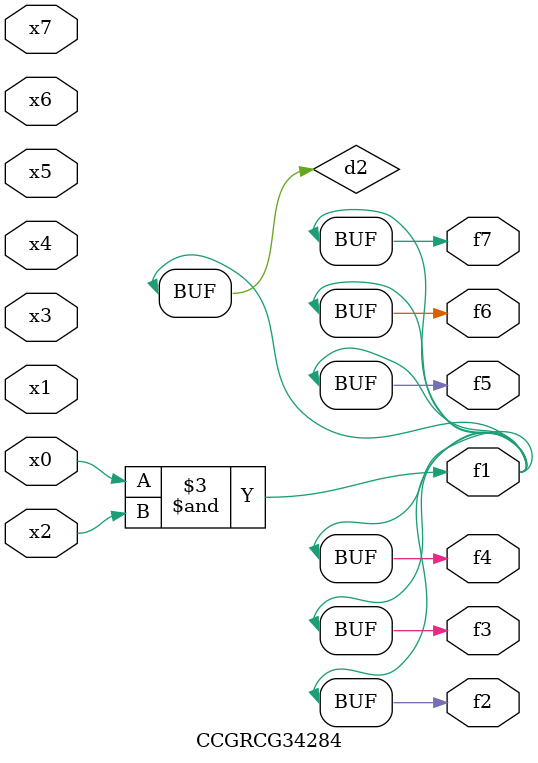
<source format=v>
module CCGRCG34284(
	input x0, x1, x2, x3, x4, x5, x6, x7,
	output f1, f2, f3, f4, f5, f6, f7
);

	wire d1, d2;

	nor (d1, x3, x6);
	and (d2, x0, x2);
	assign f1 = d2;
	assign f2 = d2;
	assign f3 = d2;
	assign f4 = d2;
	assign f5 = d2;
	assign f6 = d2;
	assign f7 = d2;
endmodule

</source>
